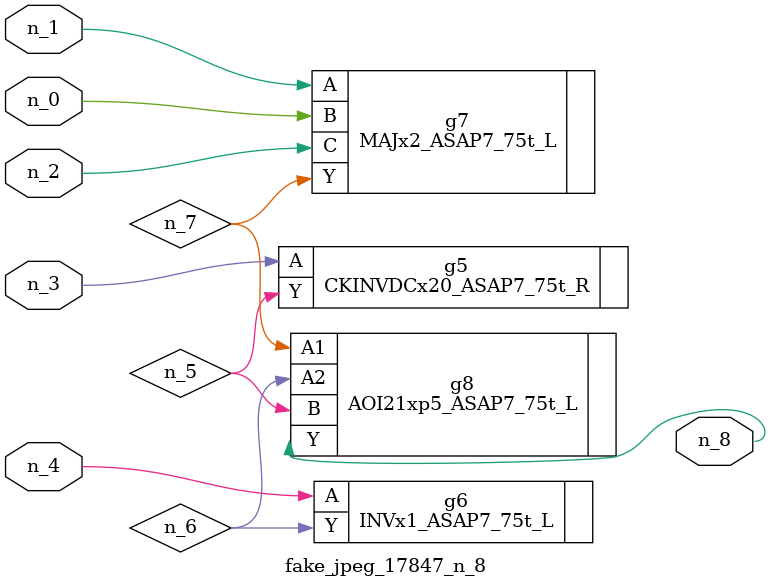
<source format=v>
module fake_jpeg_17847_n_8 (n_3, n_2, n_1, n_0, n_4, n_8);

input n_3;
input n_2;
input n_1;
input n_0;
input n_4;

output n_8;

wire n_6;
wire n_5;
wire n_7;

CKINVDCx20_ASAP7_75t_R g5 ( 
.A(n_3),
.Y(n_5)
);

INVx1_ASAP7_75t_L g6 ( 
.A(n_4),
.Y(n_6)
);

MAJx2_ASAP7_75t_L g7 ( 
.A(n_1),
.B(n_0),
.C(n_2),
.Y(n_7)
);

AOI21xp5_ASAP7_75t_L g8 ( 
.A1(n_7),
.A2(n_6),
.B(n_5),
.Y(n_8)
);


endmodule
</source>
